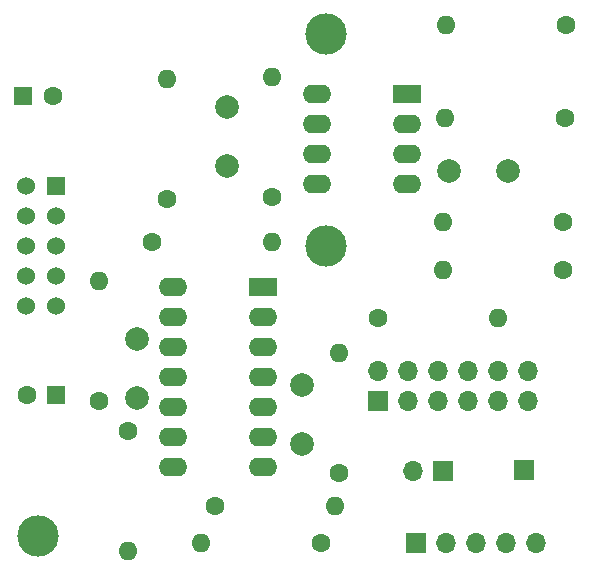
<source format=gbr>
%TF.GenerationSoftware,KiCad,Pcbnew,7.0.6*%
%TF.CreationDate,2023-10-15T17:57:14+01:00*%
%TF.ProjectId,DSP 1.1,44535020-312e-4312-9e6b-696361645f70,rev?*%
%TF.SameCoordinates,Original*%
%TF.FileFunction,Soldermask,Top*%
%TF.FilePolarity,Negative*%
%FSLAX46Y46*%
G04 Gerber Fmt 4.6, Leading zero omitted, Abs format (unit mm)*
G04 Created by KiCad (PCBNEW 7.0.6) date 2023-10-15 17:57:14*
%MOMM*%
%LPD*%
G01*
G04 APERTURE LIST*
%ADD10C,3.500000*%
%ADD11C,2.000000*%
%ADD12R,2.400000X1.600000*%
%ADD13O,2.400000X1.600000*%
%ADD14R,1.700000X1.700000*%
%ADD15C,1.600000*%
%ADD16O,1.600000X1.600000*%
%ADD17R,1.524000X1.524000*%
%ADD18C,1.524000*%
%ADD19R,1.600000X1.600000*%
%ADD20O,1.700000X1.700000*%
G04 APERTURE END LIST*
D10*
%TO.C,*%
X132232400Y-31902400D03*
%TD*%
%TO.C,*%
X107832000Y-56451500D03*
%TD*%
D11*
%TO.C,C10*%
X130175000Y-48664500D03*
X130175000Y-43664500D03*
%TD*%
D12*
%TO.C,U1*%
X126888000Y-35364500D03*
D13*
X126888000Y-37904500D03*
X126888000Y-40444500D03*
X126888000Y-42984500D03*
X126888000Y-45524500D03*
X126888000Y-48064500D03*
X126888000Y-50604500D03*
X119268000Y-50604500D03*
X119268000Y-48064500D03*
X119268000Y-45524500D03*
X119268000Y-42984500D03*
X119268000Y-40444500D03*
X119268000Y-37904500D03*
X119268000Y-35364500D03*
%TD*%
D14*
%TO.C,JX0*%
X148971000Y-50863500D03*
%TD*%
D15*
%TO.C,R20*%
X152527000Y-13208000D03*
D16*
X142367000Y-13208000D03*
%TD*%
D15*
%TO.C,R10*%
X115443000Y-47561500D03*
D16*
X115443000Y-57721500D03*
%TD*%
D15*
%TO.C,R8*%
X133350000Y-51117500D03*
D16*
X133350000Y-40957500D03*
%TD*%
D15*
%TO.C,R16*%
X136652000Y-38036500D03*
D16*
X146812000Y-38036500D03*
%TD*%
D17*
%TO.C,P1*%
X109347000Y-26860500D03*
D18*
X106807000Y-26860500D03*
X109347000Y-29400500D03*
X106807000Y-29400500D03*
X109347000Y-31940500D03*
X106807000Y-31940500D03*
X109347000Y-34480500D03*
X106807000Y-34480500D03*
X109347000Y-37020500D03*
X106807000Y-37020500D03*
%TD*%
D15*
%TO.C,R12*%
X152273000Y-29908500D03*
D16*
X142113000Y-29908500D03*
%TD*%
D19*
%TO.C,C15*%
X109409113Y-44513500D03*
D15*
X106909113Y-44513500D03*
%TD*%
D11*
%TO.C,C9*%
X123825000Y-25129500D03*
X123825000Y-20129500D03*
%TD*%
%TO.C,C8*%
X142661000Y-25527000D03*
X147661000Y-25527000D03*
%TD*%
D15*
%TO.C,R14*%
X118745000Y-27940000D03*
D16*
X118745000Y-17780000D03*
%TD*%
D15*
%TO.C,R18*%
X152433500Y-21082000D03*
D16*
X142273500Y-21082000D03*
%TD*%
D14*
%TO.C,J2*%
X142118000Y-50990500D03*
D20*
X139578000Y-50990500D03*
%TD*%
D15*
%TO.C,R13*%
X117475000Y-31559500D03*
D16*
X127635000Y-31559500D03*
%TD*%
D12*
%TO.C,U2*%
X139080000Y-19050000D03*
D13*
X139080000Y-21590000D03*
X139080000Y-24130000D03*
X139080000Y-26670000D03*
X131460000Y-26670000D03*
X131460000Y-24130000D03*
X131460000Y-21590000D03*
X131460000Y-19050000D03*
%TD*%
D15*
%TO.C,R9*%
X131826000Y-57086500D03*
D16*
X121666000Y-57086500D03*
%TD*%
D19*
%TO.C,C14*%
X106617888Y-19240500D03*
D15*
X109117888Y-19240500D03*
%TD*%
%TO.C,R19*%
X127635000Y-27749500D03*
D16*
X127635000Y-17589500D03*
%TD*%
D15*
%TO.C,R2*%
X122809000Y-53911500D03*
D16*
X132969000Y-53911500D03*
%TD*%
D14*
%TO.C,J1*%
X139832000Y-57086500D03*
D20*
X142372000Y-57086500D03*
X144912000Y-57086500D03*
X147452000Y-57086500D03*
X149992000Y-57086500D03*
%TD*%
D15*
%TO.C,R15*%
X152273000Y-33972500D03*
D16*
X142113000Y-33972500D03*
%TD*%
D15*
%TO.C,R11*%
X113030000Y-45021500D03*
D16*
X113030000Y-34861500D03*
%TD*%
D11*
%TO.C,C11*%
X116205000Y-39814500D03*
X116205000Y-44814500D03*
%TD*%
D14*
%TO.C,Jpcb2*%
X136652000Y-45026500D03*
D20*
X136652000Y-42486500D03*
X139192000Y-45026500D03*
X139192000Y-42486500D03*
X141732000Y-45026500D03*
X141732000Y-42486500D03*
X144272000Y-45026500D03*
X144272000Y-42486500D03*
X146812000Y-45026500D03*
X146812000Y-42486500D03*
X149352000Y-45026500D03*
X149352000Y-42486500D03*
%TD*%
D10*
%TO.C,*%
X132232400Y-13970000D03*
%TD*%
M02*

</source>
